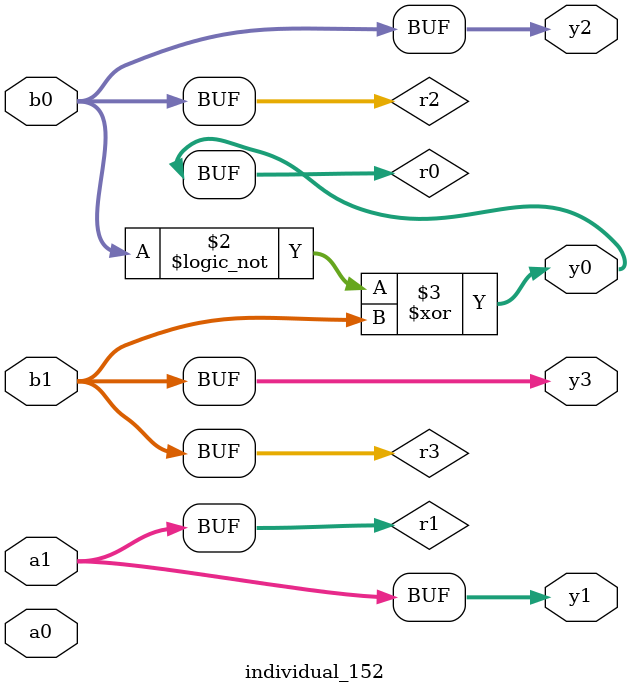
<source format=sv>
module individual_152(input logic [15:0] a1, input logic [15:0] a0, input logic [15:0] b1, input logic [15:0] b0, output logic [15:0] y3, output logic [15:0] y2, output logic [15:0] y1, output logic [15:0] y0);
logic [15:0] r0, r1, r2, r3; 
 always@(*) begin 
	 r0 = a0; r1 = a1; r2 = b0; r3 = b1; 
 	 r0 = ! r2 ;
 	 r0  ^=  r3 ;
 	 y3 = r3; y2 = r2; y1 = r1; y0 = r0; 
end
endmodule
</source>
